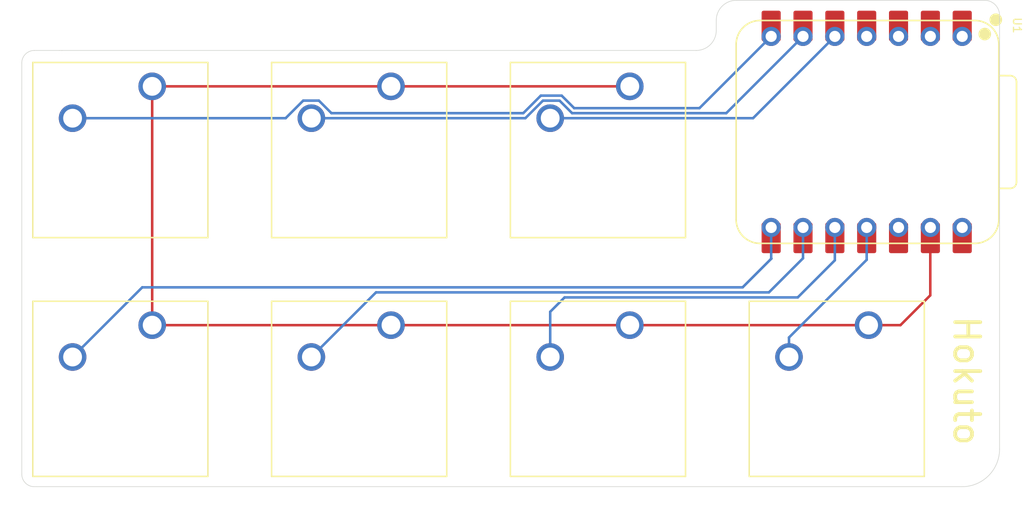
<source format=kicad_pcb>
(kicad_pcb (version 20241229) (generator "pcbnew") (generator_version "9.0")
  (layers (0 "F.Cu" signal) (2 "B.Cu" signal) (13 "F.Paste" user) (15 "B.Paste" user) (5 "F.SilkS" user "F.Silkscreen") (7 "B.SilkS" user "B.Silkscreen") (1 "F.Mask" user) (3 "B.Mask" user) (25 "Edge.Cuts" user))
  (net 0 "")
  (net 1 "GND")
  (net 2 "SW1")
  (net 3 "SW2")
  (net 4 "SW3")
  (net 5 "SW4")
  (net 6 "SW5")
  (net 7 "SW6")
  (net 12 "SW7")
  (footprint "Button_Switch_Keyboard:SW_Cherry_MX_1.00u_PCB" (layer "F.Cu") (at 140.6525 78.26375)
    (property "Reference" "SW3" (hide yes))
    (property "Value" "SW_Push")
    (fp_line (start -9.525 -1.905) (end 4.445 -1.905) (stroke (width 0.12)) (layer "F.SilkS"))
    (fp_line (start -9.525 12.065) (end -9.525 -1.905) (stroke (width 0.12)) (layer "F.SilkS"))
    (fp_line (start 4.445 -1.905) (end 4.445 12.065) (stroke (width 0.12)) (layer "F.SilkS"))
    (fp_line (start 4.445 12.065) (end -9.525 12.065) (stroke (width 0.12)) (layer "F.SilkS"))
    (pad "" np_thru_hole circle (at -7.62 5.08) (size 1.7 1.7) (drill 1.7) (layers "*.Cu" "*.Mask"))
    (pad "" np_thru_hole circle (at -2.54 5.08) (size 4 4) (drill 4) (layers "*.Cu" "*.Mask"))
    (pad "" np_thru_hole circle (at 2.54 5.08) (size 1.7 1.7) (drill 1.7) (layers "*.Cu" "*.Mask"))
    (pad "1" thru_hole circle (at 0 0) (size 2.2 2.2) (drill 1.5) (layers "*.Cu" "*.Mask") (net 1 "GND"))
    (pad "2" thru_hole circle (at -6.35 2.54) (size 2.2 2.2) (drill 1.5) (layers "*.Cu" "*.Mask") (net 4 "SW3"))
  )
  (footprint "Button_Switch_Keyboard:SW_Cherry_MX_1.00u_PCB" (layer "F.Cu") (at 140.6525 97.31375)
    (property "Reference" "SW4" (hide yes))
    (property "Value" "SW_Push")
    (fp_line (start -9.525 -1.905) (end 4.445 -1.905) (stroke (width 0.12)) (layer "F.SilkS"))
    (fp_line (start -9.525 12.065) (end -9.525 -1.905) (stroke (width 0.12)) (layer "F.SilkS"))
    (fp_line (start 4.445 -1.905) (end 4.445 12.065) (stroke (width 0.12)) (layer "F.SilkS"))
    (fp_line (start 4.445 12.065) (end -9.525 12.065) (stroke (width 0.12)) (layer "F.SilkS"))
    (pad "" np_thru_hole circle (at -7.62 5.08) (size 1.7 1.7) (drill 1.7) (layers "*.Cu" "*.Mask"))
    (pad "" np_thru_hole circle (at -2.54 5.08) (size 4 4) (drill 4) (layers "*.Cu" "*.Mask"))
    (pad "" np_thru_hole circle (at 2.54 5.08) (size 1.7 1.7) (drill 1.7) (layers "*.Cu" "*.Mask"))
    (pad "1" thru_hole circle (at 0 0) (size 2.2 2.2) (drill 1.5) (layers "*.Cu" "*.Mask") (net 1 "GND"))
    (pad "2" thru_hole circle (at -6.35 2.54) (size 2.2 2.2) (drill 1.5) (layers "*.Cu" "*.Mask") (net 5 "SW4"))
  )
  (footprint "Seeed Studio XIAO Series Library:XIAO-RP2040-DIP" (layer "F.Cu") (at 178.6 81.9 -90)
    (property "Reference" "U1" (at -8.5 -12 270) (layer "F.SilkS") (effects (font (size 0.635 0.635) (thickness 0.1016))))
    (property "Value" "XIAO-RP2040-DIP")
    (fp_line (start -6.985 10.414) (end 6.985 10.414) (stroke (width 0.127)) (layer "F.SilkS"))
    (fp_line (start -8.89 8.509) (end -8.89 -8.636) (stroke (width 0.127)) (layer "F.SilkS"))
    (fp_line (start 8.89 8.509) (end 8.89 -8.636) (stroke (width 0.127)) (layer "F.SilkS"))
    (fp_line (start 6.984999 -10.541) (end -6.984999 -10.541) (stroke (width 0.1)) (layer "F.SilkS"))
    (fp_line (start 6.984999 -10.541) (end -6.984999 -10.541) (stroke (width 0.127)) (layer "F.SilkS"))
    (fp_line (start -4.495 -10.541001) (end -4.491272 -11.451272) (stroke (width 0.127)) (layer "F.SilkS"))
    (fp_line (start 4.504 -11.451) (end 4.504 -10.541001) (stroke (width 0.127)) (layer "F.SilkS"))
    (fp_line (start -3.991272 -11.951001) (end 4.004 -11.951001) (stroke (width 0.127)) (layer "F.SilkS"))
    (fp_arc (start -6.985 10.414) (mid -8.332038 9.856038) (end -8.89 8.509) (stroke (width 0.127)) (layer "F.SilkS"))
    (fp_arc (start 8.89 8.509) (mid 8.332038 9.856038) (end 6.985 10.414) (stroke (width 0.127)) (layer "F.SilkS"))
    (fp_arc (start -8.89 -8.636) (mid -8.332038 -9.983037) (end -6.984999 -10.541) (stroke (width 0.127)) (layer "F.SilkS"))
    (fp_arc (start 6.984999 -10.541) (mid 8.332038 -9.983037) (end 8.89 -8.636) (stroke (width 0.127)) (layer "F.SilkS"))
    (fp_arc (start -4.491272 -11.451272) (mid -4.344729 -11.80464) (end -3.991272 -11.951001) (stroke (width 0.127)) (layer "F.SilkS"))
    (fp_arc (start 4.004 -11.951001) (mid 4.357553 -11.804553) (end 4.504 -11.451) (stroke (width 0.127)) (layer "F.SilkS"))
    (fp_circle (center -7.807001 -9.42) (end -7.807001 -9.674) (stroke (width 0.5)) (fill yes) (layer "F.SilkS"))
    (fp_circle (center -8.95 -10.3) (end -8.95 -10.554) (stroke (width 0.5)) (fill yes) (layer "F.SilkS"))
    (pad "1" smd roundrect (at -8.455 -7.62 90) (size 2.432 1.524) (layers "F.Cu" "F.Mask") (roundrect_rratio 0.1))
    (pad "1" thru_hole circle (at -7.62 -7.62 90) (size 1.524 1.524) (drill 0.889) (layers "*.Cu" "*.Mask"))
    (pad "2" smd roundrect (at -8.455 -5.08 90) (size 2.432 1.524) (layers "F.Cu" "F.Mask") (roundrect_rratio 0.1))
    (pad "2" thru_hole circle (at -7.62 -5.08 90) (size 1.524 1.524) (drill 0.889) (layers "*.Cu" "*.Mask"))
    (pad "3" smd roundrect (at -8.455 -2.54 90) (size 2.432 1.524) (layers "F.Cu" "F.Mask") (roundrect_rratio 0.1))
    (pad "3" thru_hole circle (at -7.62 -2.54 90) (size 1.524 1.524) (drill 0.889) (layers "*.Cu" "*.Mask"))
    (pad "4" smd roundrect (at -8.455 0 90) (size 2.432 1.524) (layers "F.Cu" "F.Mask") (roundrect_rratio 0.1))
    (pad "4" thru_hole circle (at -7.62 0 90) (size 1.524 1.524) (drill 0.889) (layers "*.Cu" "*.Mask"))
    (pad "5" smd roundrect (at -8.455 2.54 90) (size 2.432 1.524) (layers "F.Cu" "F.Mask") (roundrect_rratio 0.1) (net 6 "SW5"))
    (pad "5" thru_hole circle (at -7.62 2.54 90) (size 1.524 1.524) (drill 0.889) (layers "*.Cu" "*.Mask") (net 6 "SW5"))
    (pad "6" smd roundrect (at -8.455 5.08 90) (size 2.432 1.524) (layers "F.Cu" "F.Mask") (roundrect_rratio 0.1) (net 4 "SW3"))
    (pad "6" thru_hole circle (at -7.62 5.08 90) (size 1.524 1.524) (drill 0.889) (layers "*.Cu" "*.Mask") (net 4 "SW3"))
    (pad "7" smd roundrect (at -8.455 7.62 90) (size 2.432 1.524) (layers "F.Cu" "F.Mask") (roundrect_rratio 0.1) (net 2 "SW1"))
    (pad "7" thru_hole circle (at -7.62 7.62 90) (size 1.524 1.524) (drill 0.889) (layers "*.Cu" "*.Mask") (net 2 "SW1"))
    (pad "8" thru_hole circle (at 7.62 7.62 270) (size 1.524 1.524) (drill 0.889) (layers "*.Cu" "*.Mask") (net 3 "SW2"))
    (pad "8" smd roundrect (at 8.455 7.62 270) (size 2.432 1.524) (layers "F.Cu" "F.Mask") (roundrect_rratio 0.1) (net 3 "SW2"))
    (pad "9" thru_hole circle (at 7.62 5.08 270) (size 1.524 1.524) (drill 0.889) (layers "*.Cu" "*.Mask") (net 5 "SW4"))
    (pad "9" smd roundrect (at 8.455 5.08 270) (size 2.432 1.524) (layers "F.Cu" "F.Mask") (roundrect_rratio 0.1) (net 5 "SW4"))
    (pad "10" thru_hole circle (at 7.62 2.54 270) (size 1.524 1.524) (drill 0.889) (layers "*.Cu" "*.Mask") (net 7 "SW6"))
    (pad "10" smd roundrect (at 8.455 2.54 270) (size 2.432 1.524) (layers "F.Cu" "F.Mask") (roundrect_rratio 0.1) (net 7 "SW6"))
    (pad "11" thru_hole circle (at 7.62 0 270) (size 1.524 1.524) (drill 0.889) (layers "*.Cu" "*.Mask") (net 12 "SW7"))
    (pad "11" smd roundrect (at 8.455 0 270) (size 2.432 1.524) (layers "F.Cu" "F.Mask") (roundrect_rratio 0.1) (net 12 "SW7"))
    (pad "12" thru_hole circle (at 7.62 -2.54 270) (size 1.524 1.524) (drill 0.889) (layers "*.Cu" "*.Mask"))
    (pad "12" smd roundrect (at 8.455 -2.54 270) (size 2.432 1.524) (layers "F.Cu" "F.Mask") (roundrect_rratio 0.1))
    (pad "13" thru_hole circle (at 7.62 -5.08 270) (size 1.524 1.524) (drill 0.889) (layers "*.Cu" "*.Mask") (net 1 "GND"))
    (pad "13" smd roundrect (at 8.455 -5.08 270) (size 2.432 1.524) (layers "F.Cu" "F.Mask") (roundrect_rratio 0.1) (net 1 "GND"))
    (pad "14" thru_hole circle (at 7.62 -7.62 270) (size 1.524 1.524) (drill 0.889) (layers "*.Cu" "*.Mask"))
    (pad "14" smd roundrect (at 8.455 -7.62 270) (size 2.432 1.524) (layers "F.Cu" "F.Mask") (roundrect_rratio 0.1))
  )
  (footprint "Button_Switch_Keyboard:SW_Cherry_MX_1.00u_PCB" (layer "F.Cu") (at 121.6025 97.31375)
    (property "Reference" "SW2" (hide yes))
    (property "Value" "SW_Push")
    (fp_line (start -9.525 -1.905) (end 4.445 -1.905) (stroke (width 0.12)) (layer "F.SilkS"))
    (fp_line (start -9.525 12.065) (end -9.525 -1.905) (stroke (width 0.12)) (layer "F.SilkS"))
    (fp_line (start 4.445 -1.905) (end 4.445 12.065) (stroke (width 0.12)) (layer "F.SilkS"))
    (fp_line (start 4.445 12.065) (end -9.525 12.065) (stroke (width 0.12)) (layer "F.SilkS"))
    (pad "" np_thru_hole circle (at -7.62 5.08) (size 1.7 1.7) (drill 1.7) (layers "*.Cu" "*.Mask"))
    (pad "" np_thru_hole circle (at -2.54 5.08) (size 4 4) (drill 4) (layers "*.Cu" "*.Mask"))
    (pad "" np_thru_hole circle (at 2.54 5.08) (size 1.7 1.7) (drill 1.7) (layers "*.Cu" "*.Mask"))
    (pad "1" thru_hole circle (at 0 0) (size 2.2 2.2) (drill 1.5) (layers "*.Cu" "*.Mask") (net 1 "GND"))
    (pad "2" thru_hole circle (at -6.35 2.54) (size 2.2 2.2) (drill 1.5) (layers "*.Cu" "*.Mask") (net 3 "SW2"))
  )
  (footprint "Button_Switch_Keyboard:SW_Cherry_MX_1.00u_PCB" (layer "F.Cu") (at 178.7525 97.31375)
    (property "Reference" "SW7" (hide yes))
    (property "Value" "SW_Push")
    (fp_line (start -9.525 -1.905) (end 4.445 -1.905) (stroke (width 0.12)) (layer "F.SilkS"))
    (fp_line (start -9.525 12.065) (end -9.525 -1.905) (stroke (width 0.12)) (layer "F.SilkS"))
    (fp_line (start 4.445 -1.905) (end 4.445 12.065) (stroke (width 0.12)) (layer "F.SilkS"))
    (fp_line (start 4.445 12.065) (end -9.525 12.065) (stroke (width 0.12)) (layer "F.SilkS"))
    (pad "" np_thru_hole circle (at -7.62 5.08) (size 1.7 1.7) (drill 1.7) (layers "*.Cu" "*.Mask"))
    (pad "" np_thru_hole circle (at -2.54 5.08) (size 4 4) (drill 4) (layers "*.Cu" "*.Mask"))
    (pad "" np_thru_hole circle (at 2.54 5.08) (size 1.7 1.7) (drill 1.7) (layers "*.Cu" "*.Mask"))
    (pad "1" thru_hole circle (at 0 0) (size 2.2 2.2) (drill 1.5) (layers "*.Cu" "*.Mask") (net 1 "GND"))
    (pad "2" thru_hole circle (at -6.35 2.54) (size 2.2 2.2) (drill 1.5) (layers "*.Cu" "*.Mask") (net 12 "SW7"))
  )
  (footprint "Button_Switch_Keyboard:SW_Cherry_MX_1.00u_PCB" (layer "F.Cu") (at 159.7025 97.31375)
    (property "Reference" "SW6" (hide yes))
    (property "Value" "SW_Push")
    (fp_line (start -9.525 -1.905) (end 4.445 -1.905) (stroke (width 0.12)) (layer "F.SilkS"))
    (fp_line (start -9.525 12.065) (end -9.525 -1.905) (stroke (width 0.12)) (layer "F.SilkS"))
    (fp_line (start 4.445 -1.905) (end 4.445 12.065) (stroke (width 0.12)) (layer "F.SilkS"))
    (fp_line (start 4.445 12.065) (end -9.525 12.065) (stroke (width 0.12)) (layer "F.SilkS"))
    (pad "" np_thru_hole circle (at -7.62 5.08) (size 1.7 1.7) (drill 1.7) (layers "*.Cu" "*.Mask"))
    (pad "" np_thru_hole circle (at -2.54 5.08) (size 4 4) (drill 4) (layers "*.Cu" "*.Mask"))
    (pad "" np_thru_hole circle (at 2.54 5.08) (size 1.7 1.7) (drill 1.7) (layers "*.Cu" "*.Mask"))
    (pad "1" thru_hole circle (at 0 0) (size 2.2 2.2) (drill 1.5) (layers "*.Cu" "*.Mask") (net 1 "GND"))
    (pad "2" thru_hole circle (at -6.35 2.54) (size 2.2 2.2) (drill 1.5) (layers "*.Cu" "*.Mask") (net 7 "SW6"))
  )
  (footprint "Button_Switch_Keyboard:SW_Cherry_MX_1.00u_PCB" (layer "F.Cu") (at 159.7025 78.26375)
    (property "Reference" "SW5" (hide yes))
    (property "Value" "SW_Push")
    (fp_line (start -9.525 -1.905) (end 4.445 -1.905) (stroke (width 0.12)) (layer "F.SilkS"))
    (fp_line (start -9.525 12.065) (end -9.525 -1.905) (stroke (width 0.12)) (layer "F.SilkS"))
    (fp_line (start 4.445 -1.905) (end 4.445 12.065) (stroke (width 0.12)) (layer "F.SilkS"))
    (fp_line (start 4.445 12.065) (end -9.525 12.065) (stroke (width 0.12)) (layer "F.SilkS"))
    (pad "" np_thru_hole circle (at -7.62 5.08) (size 1.7 1.7) (drill 1.7) (layers "*.Cu" "*.Mask"))
    (pad "" np_thru_hole circle (at -2.54 5.08) (size 4 4) (drill 4) (layers "*.Cu" "*.Mask"))
    (pad "" np_thru_hole circle (at 2.54 5.08) (size 1.7 1.7) (drill 1.7) (layers "*.Cu" "*.Mask"))
    (pad "1" thru_hole circle (at 0 0) (size 2.2 2.2) (drill 1.5) (layers "*.Cu" "*.Mask") (net 1 "GND"))
    (pad "2" thru_hole circle (at -6.35 2.54) (size 2.2 2.2) (drill 1.5) (layers "*.Cu" "*.Mask") (net 6 "SW5"))
  )
  (footprint "Button_Switch_Keyboard:SW_Cherry_MX_1.00u_PCB" (layer "F.Cu") (at 121.6025 78.26375)
    (property "Reference" "SW1" (hide yes))
    (property "Value" "SW_Push")
    (fp_line (start -9.525 -1.905) (end 4.445 -1.905) (stroke (width 0.12)) (layer "F.SilkS"))
    (fp_line (start -9.525 12.065) (end -9.525 -1.905) (stroke (width 0.12)) (layer "F.SilkS"))
    (fp_line (start 4.445 -1.905) (end 4.445 12.065) (stroke (width 0.12)) (layer "F.SilkS"))
    (fp_line (start 4.445 12.065) (end -9.525 12.065) (stroke (width 0.12)) (layer "F.SilkS"))
    (pad "" np_thru_hole circle (at -7.62 5.08) (size 1.7 1.7) (drill 1.7) (layers "*.Cu" "*.Mask"))
    (pad "" np_thru_hole circle (at -2.54 5.08) (size 4 4) (drill 4) (layers "*.Cu" "*.Mask"))
    (pad "" np_thru_hole circle (at 2.54 5.08) (size 1.7 1.7) (drill 1.7) (layers "*.Cu" "*.Mask"))
    (pad "1" thru_hole circle (at 0 0) (size 2.2 2.2) (drill 1.5) (layers "*.Cu" "*.Mask") (net 1 "GND"))
    (pad "2" thru_hole circle (at -6.35 2.54) (size 2.2 2.2) (drill 1.5) (layers "*.Cu" "*.Mask") (net 2 "SW1"))
  )
  (gr_line (start 112.4 110.2) (end 112.2 110.2) (stroke (width 0.05)) (layer "Edge.Cuts"))
  (gr_line (start 188 71.4) (end 168.2 71.4) (stroke (width 0.05)) (layer "Edge.Cuts"))
  (gr_arc (start 112.2 110.2) (mid 111.492893 109.907107) (end 111.2 109.2) (stroke (width 0.05)) (layer "Edge.Cuts"))
  (gr_arc (start 188 71.4) (mid 188.848528 71.751472) (end 189.2 72.6) (stroke (width 0.05)) (layer "Edge.Cuts"))
  (gr_line (start 186.2 110.2) (end 112.4 110.2) (stroke (width 0.05)) (layer "Edge.Cuts"))
  (gr_arc (start 111.2 76.4) (mid 111.492893 75.692893) (end 112.2 75.4) (stroke (width 0.05)) (layer "Edge.Cuts"))
  (gr_line (start 189.2 72.6) (end 189.2 107.2) (stroke (width 0.05)) (layer "Edge.Cuts"))
  (gr_arc (start 189.2 107.2) (mid 188.32132 109.32132) (end 186.2 110.2) (stroke (width 0.05)) (layer "Edge.Cuts"))
  (gr_line (start 114.2 75.4) (end 112.2 75.4) (stroke (width 0.05)) (layer "Edge.Cuts"))
  (gr_line (start 111.2 78.4) (end 111.2 109.2) (stroke (width 0.05)) (layer "Edge.Cuts"))
  (gr_line (start 165 75.4) (end 114.4 75.4) (stroke (width 0.05)) (layer "Edge.Cuts"))
  (gr_line (start 111.2 76.4) (end 111.2 78.4) (stroke (width 0.05)) (layer "Edge.Cuts"))
  (gr_line (start 166.6 73) (end 166.6 73.8) (stroke (width 0.05)) (layer "Edge.Cuts"))
  (gr_arc (start 166.6 73) (mid 167.068629 71.868629) (end 168.2 71.4) (stroke (width 0.05)) (layer "Edge.Cuts"))
  (gr_arc (start 166.6 73.8) (mid 166.131371 74.931371) (end 165 75.4) (stroke (width 0.05)) (layer "Edge.Cuts"))
  (gr_line (start 114.4 75.4) (end 114.2 75.4) (stroke (width 0.05)) (layer "Edge.Cuts"))
  (gr_text "Hokuto" (at 185.4 96.4 270) (layer "F.SilkS") (effects (font (size 2 2) (thickness 0.3)) (justify left bottom)))
  (segment (start 178.7525 97.31375) (end 181.2925 97.31375) (width 0.2) (layer "F.Cu") (net 1))
  (segment (start 121.6025 78.26375) (end 159.7025 78.26375) (width 0.2) (layer "F.Cu") (net 1))
  (segment (start 159.7025 97.31375) (end 121.6025 97.31375) (width 0.2) (layer "F.Cu") (net 1))
  (segment (start 181.2925 97.31375) (end 183.67375 94.9325) (width 0.2) (layer "F.Cu") (net 1))
  (segment (start 178.7525 97.31375) (end 159.7025 97.31375) (width 0.2) (layer "F.Cu") (net 1))
  (segment (start 183.67375 94.9325) (end 183.67375 89.4175) (width 0.2) (layer "F.Cu") (net 1))
  (segment (start 121.6025 97.31375) (end 121.6025 78.26375) (width 0.2) (layer "F.Cu") (net 1))
  (segment (start 155.2661 80.00175) (end 165.25825 80.00175) (width 0.2) (layer "B.Cu") (net 2))
  (segment (start 115.2525 80.80375) (end 132.247684 80.80375) (width 0.2) (layer "B.Cu") (net 2))
  (segment (start 165.25825 80.00175) (end 170.98 74.28) (width 0.2) (layer "B.Cu") (net 2))
  (segment (start 135.90275 80.40275) (end 151.205086 80.40275) (width 0.2) (layer "B.Cu") (net 2))
  (segment (start 132.247684 80.80375) (end 133.651434 79.4) (width 0.2) (layer "B.Cu") (net 2))
  (segment (start 133.651434 79.4) (end 134.9 79.4) (width 0.2) (layer "B.Cu") (net 2))
  (segment (start 152.606086 79.00175) (end 154.2661 79.00175) (width 0.2) (layer "B.Cu") (net 2))
  (segment (start 134.9 79.4) (end 135.90275 80.40275) (width 0.2) (layer "B.Cu") (net 2))
  (segment (start 151.205086 80.40275) (end 152.606086 79.00175) (width 0.2) (layer "B.Cu") (net 2))
  (segment (start 154.2661 79.00175) (end 155.2661 80.00175) (width 0.2) (layer "B.Cu") (net 2))
  (segment (start 120.80825 94.298) (end 168.702 94.298) (width 0.2) (layer "B.Cu") (net 3))
  (segment (start 115.2525 99.85375) (end 120.80825 94.298) (width 0.2) (layer "B.Cu") (net 3))
  (segment (start 168.702 94.298) (end 171 92) (width 0.2) (layer "B.Cu") (net 3))
  (segment (start 170.98 91.98) (end 170.98 89.52) (width 0.2) (layer "B.Cu") (net 3))
  (segment (start 171 92) (end 170.98 91.98) (width 0.2) (layer "B.Cu") (net 3))
  (segment (start 167.39725 80.40275) (end 173.52 74.28) (width 0.2) (layer "B.Cu") (net 4))
  (segment (start 154.1 79.40275) (end 155.1 80.40275) (width 0.2) (layer "B.Cu") (net 4))
  (segment (start 152.772186 79.40275) (end 154.1 79.40275) (width 0.2) (layer "B.Cu") (net 4))
  (segment (start 155.1 80.40275) (end 167.39725 80.40275) (width 0.2) (layer "B.Cu") (net 4))
  (segment (start 134.3025 80.80375) (end 151.371186 80.80375) (width 0.2) (layer "B.Cu") (net 4))
  (segment (start 151.371186 80.80375) (end 152.772186 79.40275) (width 0.2) (layer "B.Cu") (net 4))
  (segment (start 173.52 91.98) (end 173.52 89.52) (width 0.2) (layer "B.Cu") (net 5))
  (segment (start 134.3025 99.85375) (end 139.45725 94.699) (width 0.2) (layer "B.Cu") (net 5))
  (segment (start 139.45725 94.699) (end 170.801 94.699) (width 0.2) (layer "B.Cu") (net 5))
  (segment (start 170.801 94.699) (end 173.52 91.98) (width 0.2) (layer "B.Cu") (net 5))
  (segment (start 153.3525 80.80375) (end 169.53625 80.80375) (width 0.2) (layer "B.Cu") (net 6))
  (segment (start 169.53625 80.80375) (end 176.06 74.28) (width 0.2) (layer "B.Cu") (net 6))
  (segment (start 153.3525 96.2475) (end 154.5 95.1) (width 0.2) (layer "B.Cu") (net 7))
  (segment (start 176.06 92.14) (end 176.06 89.52) (width 0.2) (layer "B.Cu") (net 7))
  (segment (start 153.3525 99.85375) (end 153.3525 96.2475) (width 0.2) (layer "B.Cu") (net 7))
  (segment (start 173.1 95.1) (end 176.06 92.14) (width 0.2) (layer "B.Cu") (net 7))
  (segment (start 154.5 95.1) (end 173.1 95.1) (width 0.2) (layer "B.Cu") (net 7))
  (segment (start 172.4025 99.85375) (end 172.4025 98.2975) (width 0.2) (layer "B.Cu") (net 12))
  (segment (start 172.4025 98.2975) (end 178.6 92.1) (width 0.2) (layer "B.Cu") (net 12))
  (segment (start 178.6 92.1) (end 178.6 89.52) (width 0.2) (layer "B.Cu") (net 12))
)
</source>
